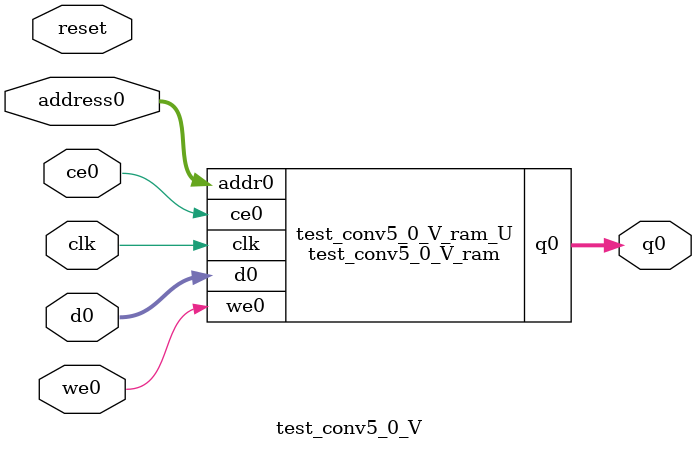
<source format=v>
`timescale 1 ns / 1 ps
module test_conv5_0_V_ram (addr0, ce0, d0, we0, q0,  clk);

parameter DWIDTH = 16;
parameter AWIDTH = 14;
parameter MEM_SIZE = 12800;

input[AWIDTH-1:0] addr0;
input ce0;
input[DWIDTH-1:0] d0;
input we0;
output reg[DWIDTH-1:0] q0;
input clk;

(* ram_style = "block" *)reg [DWIDTH-1:0] ram[0:MEM_SIZE-1];




always @(posedge clk)  
begin 
    if (ce0) begin
        if (we0) 
            ram[addr0] <= d0; 
        q0 <= ram[addr0];
    end
end


endmodule

`timescale 1 ns / 1 ps
module test_conv5_0_V(
    reset,
    clk,
    address0,
    ce0,
    we0,
    d0,
    q0);

parameter DataWidth = 32'd16;
parameter AddressRange = 32'd12800;
parameter AddressWidth = 32'd14;
input reset;
input clk;
input[AddressWidth - 1:0] address0;
input ce0;
input we0;
input[DataWidth - 1:0] d0;
output[DataWidth - 1:0] q0;



test_conv5_0_V_ram test_conv5_0_V_ram_U(
    .clk( clk ),
    .addr0( address0 ),
    .ce0( ce0 ),
    .we0( we0 ),
    .d0( d0 ),
    .q0( q0 ));

endmodule


</source>
